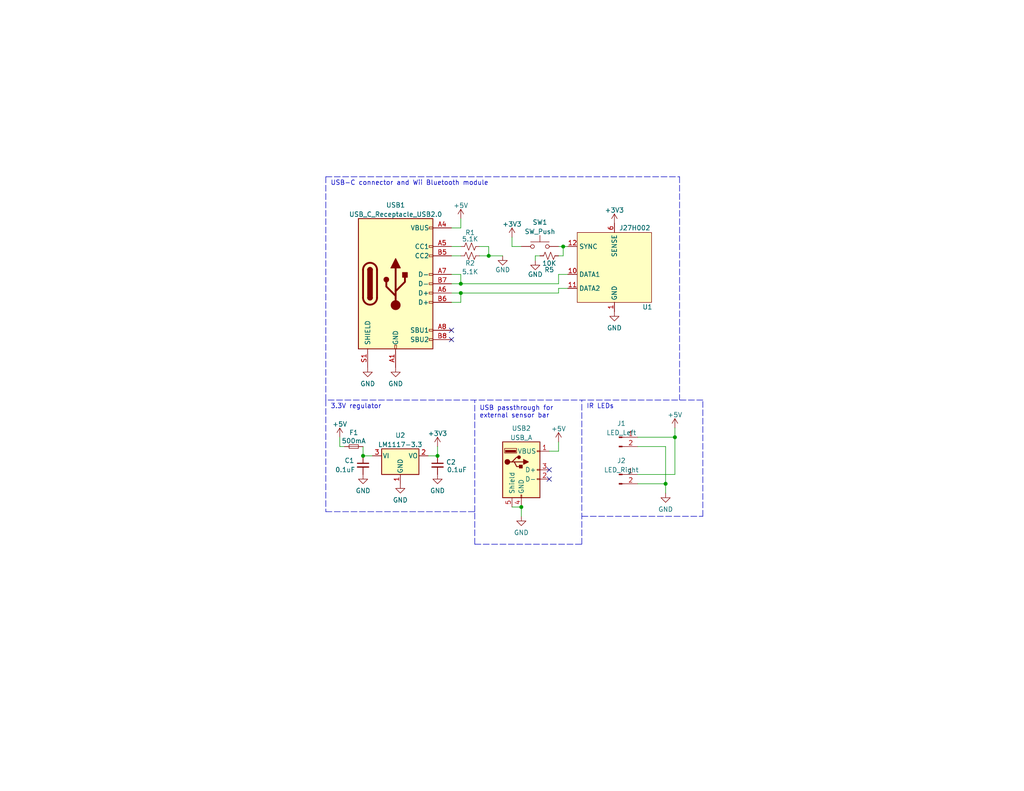
<source format=kicad_sch>
(kicad_sch (version 20231120) (generator "eeschema") (generator_version "8.0")
  (paper "USLetter")
  (title_block (title "Wiimote-USB-Adapter") (date "2024-09-01") (rev "00A") (company "Embedded Shark, LLC") (comment 1 "Ben Owen"))
  (lib_symbols
    (symbol "Connector:Conn_01x02_Male" (pin_names (offset 1.016) hide)
      (property "Reference" "J" (at 0 2.54 0))
      (property "Value" "Conn_01x02_Male" (at 0 -5.08 0))
      (symbol "Conn_01x02_Male_1_1"
        (polyline (pts (xy 1.27 -2.54) (xy 0.8636 -2.54)) (stroke (width 0.1524)))
        (polyline (pts (xy 1.27 0) (xy 0.8636 0)) (stroke (width 0.1524)))
        (rectangle (start 0.8636 -2.413) (end 0 -2.667) (stroke (width 0.1524)) (fill (type outline)))
        (rectangle (start 0.8636 0.127) (end 0 -0.127) (stroke (width 0.1524)) (fill (type outline)))
        (pin passive line (at 5.08 0 180) (length 3.81) (name "Pin_1") (number "1"))
        (pin passive line (at 5.08 -2.54 180) (length 3.81) (name "Pin_2") (number "2"))
      )
    )
    (symbol "Connector:USB_A" (pin_names (offset 1.016))
      (property "Reference" "J" (at -5.08 11.43 0))
      (property "Value" "USB_A" (at -5.08 8.89 0))
      (symbol "USB_A_0_1"
        (rectangle (start -5.08 -7.62) (end 5.08 7.62) (stroke (width 0.254)) (fill (type background)))
        (circle (center -3.81 2.159) (radius 0.635) (stroke (width 0.254)) (fill (type outline)))
        (rectangle (start -1.524 4.826) (end -4.318 5.334) (fill (type outline)))
        (rectangle (start -1.27 4.572) (end -4.572 5.842))
        (circle (center -0.635 3.429) (radius 0.381) (stroke (width 0.254)) (fill (type outline)))
        (rectangle (start -0.127 -7.62) (end 0.127 -6.858))
        (polyline (pts (xy -3.175 2.159) (xy -2.54 2.159) (xy -1.27 3.429) (xy -0.635 3.429)) (stroke (width 0.254)))
        (polyline (pts (xy -2.54 2.159) (xy -1.905 2.159) (xy -1.27 0.889) (xy 0 0.889)) (stroke (width 0.254)))
        (polyline (pts (xy 0.635 2.794) (xy 0.635 1.524) (xy 1.905 2.159) (xy 0.635 2.794)) (stroke (width 0.254)) (fill (type outline)))
        (rectangle (start 0.254 1.27) (end -0.508 0.508) (stroke (width 0.254)) (fill (type outline)))
        (rectangle (start 5.08 -2.667) (end 4.318 -2.413))
        (rectangle (start 5.08 -0.127) (end 4.318 0.127))
        (rectangle (start 5.08 4.953) (end 4.318 5.207))
      )
      (symbol "USB_A_1_1"
        (polyline (pts (xy -1.905 2.159) (xy 0.635 2.159)) (stroke (width 0.254)))
        (pin power_in line (at 7.62 5.08 180) (length 2.54) (name "VBUS") (number "1"))
        (pin bidirectional line (at 7.62 -2.54 180) (length 2.54) (name "D-") (number "2"))
        (pin bidirectional line (at 7.62 0 180) (length 2.54) (name "D+") (number "3"))
        (pin power_in line (at 0 -10.16 90) (length 2.54) (name "GND") (number "4"))
        (pin passive line (at -2.54 -10.16 90) (length 2.54) (name "Shield") (number "5"))
      )
    )
    (symbol "Connector:USB_C_Receptacle_USB2.0" (pin_names (offset 1.016))
      (property "Reference" "J" (at -10.16 19.05 0))
      (property "Value" "USB_C_Receptacle_USB2.0" (at 19.05 19.05 0))
      (symbol "USB_C_Receptacle_USB2.0_0_0"
        (rectangle (start -0.254 -17.78) (end 0.254 -16.764))
        (rectangle (start 10.16 -14.986) (end 9.144 -15.494))
        (rectangle (start 10.16 -12.446) (end 9.144 -12.954))
        (rectangle (start 10.16 -4.826) (end 9.144 -5.334))
        (rectangle (start 10.16 -2.286) (end 9.144 -2.794))
        (rectangle (start 10.16 0.254) (end 9.144 -0.254))
        (rectangle (start 10.16 2.794) (end 9.144 2.286))
        (rectangle (start 10.16 7.874) (end 9.144 7.366))
        (rectangle (start 10.16 10.414) (end 9.144 9.906))
        (rectangle (start 10.16 15.494) (end 9.144 14.986))
      )
      (symbol "USB_C_Receptacle_USB2.0_0_1"
        (rectangle (start -10.16 17.78) (end 10.16 -17.78) (stroke (width 0.254)) (fill (type background)))
        (arc (start -8.89 -3.81) (mid -6.985 -5.7066) (end -5.08 -3.81) (stroke (width 0.508)))
        (arc (start -7.62 -3.81) (mid -6.985 -4.4422) (end -6.35 -3.81) (stroke (width 0.254)))
        (arc (start -7.62 -3.81) (mid -6.985 -4.4422) (end -6.35 -3.81) (stroke (width 0.254)) (fill (type outline)))
        (rectangle (start -7.62 -3.81) (end -6.35 3.81) (stroke (width 0.254)) (fill (type outline)))
        (arc (start -6.35 3.81) (mid -6.985 4.4422) (end -7.62 3.81) (stroke (width 0.254)))
        (arc (start -6.35 3.81) (mid -6.985 4.4422) (end -7.62 3.81) (stroke (width 0.254)) (fill (type outline)))
        (arc (start -5.08 3.81) (mid -6.985 5.7066) (end -8.89 3.81) (stroke (width 0.508)))
        (circle (center -2.54 1.143) (radius 0.635) (stroke (width 0.254)) (fill (type outline)))
        (circle (center 0 -5.842) (radius 1.27) (fill (type outline)))
        (polyline (pts (xy -8.89 -3.81) (xy -8.89 3.81)) (stroke (width 0.508)))
        (polyline (pts (xy -5.08 3.81) (xy -5.08 -3.81)) (stroke (width 0.508)))
        (polyline (pts (xy 0 -5.842) (xy 0 4.318)) (stroke (width 0.508)))
        (polyline (pts (xy 0 -3.302) (xy -2.54 -0.762) (xy -2.54 0.508)) (stroke (width 0.508)))
        (polyline (pts (xy 0 -2.032) (xy 2.54 0.508) (xy 2.54 1.778)) (stroke (width 0.508)))
        (polyline (pts (xy -1.27 4.318) (xy 0 6.858) (xy 1.27 4.318) (xy -1.27 4.318)) (stroke (width 0.254)) (fill (type outline)))
        (rectangle (start 1.905 1.778) (end 3.175 3.048) (stroke (width 0.254)) (fill (type outline)))
      )
      (symbol "USB_C_Receptacle_USB2.0_1_1"
        (pin passive line (at 0 -22.86 90) (length 5.08) (name "GND") (number "A1"))
        (pin passive line (at 0 -22.86 90) (length 5.08) hide (name "GND") (number "A12"))
        (pin passive line (at 15.24 15.24 180) (length 5.08) (name "VBUS") (number "A4"))
        (pin bidirectional line (at 15.24 10.16 180) (length 5.08) (name "CC1") (number "A5"))
        (pin bidirectional line (at 15.24 -2.54 180) (length 5.08) (name "D+") (number "A6"))
        (pin bidirectional line (at 15.24 2.54 180) (length 5.08) (name "D-") (number "A7"))
        (pin bidirectional line (at 15.24 -12.7 180) (length 5.08) (name "SBU1") (number "A8"))
        (pin passive line (at 15.24 15.24 180) (length 5.08) hide (name "VBUS") (number "A9"))
        (pin passive line (at 0 -22.86 90) (length 5.08) hide (name "GND") (number "B1"))
        (pin passive line (at 0 -22.86 90) (length 5.08) hide (name "GND") (number "B12"))
        (pin passive line (at 15.24 15.24 180) (length 5.08) hide (name "VBUS") (number "B4"))
        (pin bidirectional line (at 15.24 7.62 180) (length 5.08) (name "CC2") (number "B5"))
        (pin bidirectional line (at 15.24 -5.08 180) (length 5.08) (name "D+") (number "B6"))
        (pin bidirectional line (at 15.24 0 180) (length 5.08) (name "D-") (number "B7"))
        (pin bidirectional line (at 15.24 -15.24 180) (length 5.08) (name "SBU2") (number "B8"))
        (pin passive line (at 15.24 15.24 180) (length 5.08) hide (name "VBUS") (number "B9"))
        (pin passive line (at -7.62 -22.86 90) (length 5.08) (name "SHIELD") (number "S1"))
      )
    )
    (symbol "Device:C_Small" (pin_numbers hide) (pin_names (offset 0.254) hide)
      (property "Reference" "C" (at 0.254 1.778 0))
      (property "Value" "C_Small" (at 0.254 -2.032 0))
      (symbol "C_Small_0_1"
        (polyline (pts (xy -1.524 -0.508) (xy 1.524 -0.508)) (stroke (width 0.3302)))
        (polyline (pts (xy -1.524 0.508) (xy 1.524 0.508)) (stroke (width 0.3048)))
      )
      (symbol "C_Small_1_1"
        (pin passive line (at 0 2.54 270) (length 2.032) (name "~") (number "1"))
        (pin passive line (at 0 -2.54 90) (length 2.032) (name "~") (number "2"))
      )
    )
    (symbol "Device:Fuse_Small" (pin_numbers hide) (pin_names (offset 0.254) hide)
      (property "Reference" "F" (at 0 -1.524 0))
      (property "Value" "Fuse_Small" (at 0 1.524 0))
      (symbol "Fuse_Small_0_1"
        (rectangle (start -1.27 0.508) (end 1.27 -0.508))
        (polyline (pts (xy -1.27 0) (xy 1.27 0)))
      )
      (symbol "Fuse_Small_1_1"
        (pin passive line (at -2.54 0 0) (length 1.27) (name "~") (number "1"))
        (pin passive line (at 2.54 0 180) (length 1.27) (name "~") (number "2"))
      )
    )
    (symbol "Device:R_Small_US" (pin_numbers hide) (pin_names (offset 0.254) hide)
      (property "Reference" "R" (at 0.762 0.508 0))
      (property "Value" "R_Small_US" (at 0.762 -1.016 0))
      (symbol "R_Small_US_1_1"
        (polyline (pts (xy 0 0) (xy 1.016 -0.381) (xy 0 -0.762) (xy -1.016 -1.143) (xy 0 -1.524)))
        (polyline (pts (xy 0 1.524) (xy 1.016 1.143) (xy 0 0.762) (xy -1.016 0.381) (xy 0 0)))
        (pin passive line (at 0 2.54 270) (length 1.016) (name "~") (number "1"))
        (pin passive line (at 0 -2.54 90) (length 1.016) (name "~") (number "2"))
      )
    )
    (symbol "Regulator_Linear:LM1117-3.3" (pin_names (offset 0.254))
      (property "Reference" "U" (at -3.81 3.175 0))
      (property "Value" "LM1117-3.3" (at 0 3.175 0))
      (symbol "LM1117-3.3_0_1"
        (rectangle (start -5.08 -5.08) (end 5.08 1.905) (stroke (width 0.254)) (fill (type background)))
      )
      (symbol "LM1117-3.3_1_1"
        (pin power_in line (at 0 -7.62 90) (length 2.54) (name "GND") (number "1"))
        (pin power_out line (at 7.62 0 180) (length 2.54) (name "VO") (number "2"))
        (pin power_in line (at -7.62 0 0) (length 2.54) (name "VI") (number "3"))
      )
    )
    (symbol "Switch:SW_Push" (pin_numbers hide) (pin_names (offset 1.016) hide)
      (property "Reference" "SW" (at 1.27 2.54 0))
      (property "Value" "SW_Push" (at 0 -1.524 0))
      (symbol "SW_Push_0_1"
        (circle (center -2.032 0) (radius 0.508))
        (polyline (pts (xy 0 1.27) (xy 0 3.048)))
        (polyline (pts (xy 2.54 1.27) (xy -2.54 1.27)))
        (circle (center 2.032 0) (radius 0.508))
        (pin passive line (at -5.08 0 0) (length 2.54) (name "1") (number "1"))
        (pin passive line (at 5.08 0 180) (length 2.54) (name "2") (number "2"))
      )
    )
    (symbol "Wii Bluetooth Module:J27H002"
      (property "Reference" "U" (at 8.89 -10.16 0))
      (property "Value" "J27H002" (at 6.35 11.43 0))
      (symbol "J27H002_0_1"
        (rectangle (start -10.16 10.16) (end 10.16 -8.89) (stroke (width 0.1524)) (fill (type background)))
      )
      (symbol "J27H002_1_1"
        (pin power_in line (at 0 -11.43 90) (length 2.54) (name "GND") (number "1"))
        (pin bidirectional line (at -12.7 -1.27 0) (length 2.54) (name "DATA1") (number "10"))
        (pin bidirectional line (at -12.7 -5.08 0) (length 2.54) (name "DATA2") (number "11"))
        (pin input line (at -12.7 6.35 0) (length 2.54) (name "SYNC") (number "12"))
        (pin power_in line (at 0 12.7 270) (length 2.54) hide (name "SENSE") (number "13"))
        (pin power_in line (at 0 -11.43 90) (length 2.54) hide (name "GND") (number "16"))
        (pin power_in line (at 0 12.7 270) (length 2.54) (name "SENSE") (number "6"))
        (pin power_in line (at 0 12.7 270) (length 2.54) hide (name "SENSE") (number "7"))
        (pin power_in line (at 0 -11.43 90) (length 2.54) hide (name "GND") (number "8"))
        (pin power_in line (at 0 -11.43 90) (length 2.54) hide (name "GND") (number "9"))
      )
    )
    (symbol "power:+3V3" (power) (pin_names (offset 0))
      (property "Value" "+3V3" (at 0 3.556 0))
      (symbol "+3V3_0_1"
        (polyline (pts (xy -0.762 1.27) (xy 0 2.54)))
        (polyline (pts (xy 0 0) (xy 0 2.54)))
        (polyline (pts (xy 0 2.54) (xy 0.762 1.27)))
      )
      (symbol "+3V3_1_1"
        (pin power_in line (at 0 0 90) (length 0) hide (name "+3V3") (number "1"))
      )
    )
    (symbol "power:+5V" (power) (pin_names (offset 0))
      (property "Value" "+5V" (at 0 3.556 0))
      (symbol "+5V_0_1"
        (polyline (pts (xy -0.762 1.27) (xy 0 2.54)))
        (polyline (pts (xy 0 0) (xy 0 2.54)))
        (polyline (pts (xy 0 2.54) (xy 0.762 1.27)))
      )
      (symbol "+5V_1_1"
        (pin power_in line (at 0 0 90) (length 0) hide (name "+5V") (number "1"))
      )
    )
    (symbol "power:GND" (power) (pin_names (offset 0))
      (property "Value" "GND" (at 0 -3.81 0))
      (symbol "GND_0_1"
        (polyline (pts (xy 0 0) (xy 0 -1.27) (xy 1.27 -1.27) (xy 0 -2.54) (xy -1.27 -1.27) (xy 0 -1.27)))
      )
      (symbol "GND_1_1"
        (pin power_in line (at 0 0 270) (length 0) hide (name "GND") (number "1"))
      )
    )
  )
  (junction (at 181.61 132.08))
  (junction (at 133.35 69.85))
  (junction (at 125.73 77.47))
  (junction (at 119.38 124.46))
  (junction (at 142.24 138.43))
  (junction (at 125.73 80.01))
  (junction (at 184.15 119.38))
  (junction (at 153.67 67.31))
  (junction (at 99.06 124.46))
  (no_connect (at 123.19 92.71))
  (no_connect (at 123.19 90.17))
  (no_connect (at 149.86 128.27))
  (no_connect (at 149.86 130.81))
  (wire (pts (xy 139.7 64.77) (xy 139.7 67.31)))
  (wire (pts (xy 123.19 69.85) (xy 125.73 69.85)))
  (wire (pts (xy 125.73 62.23) (xy 123.19 62.23)))
  (wire (pts (xy 142.24 138.43) (xy 142.24 140.97)))
  (wire (pts (xy 173.99 129.54) (xy 184.15 129.54)))
  (wire (pts (xy 146.05 69.85) (xy 146.05 71.12)))
  (wire (pts (xy 133.35 69.85) (xy 137.16 69.85)))
  (polyline (pts (xy 129.54 139.7) (xy 129.54 109.22)) (stroke (width 0) (type dash)))
  (wire (pts (xy 123.19 82.55) (xy 125.73 82.55)))
  (wire (pts (xy 181.61 121.92) (xy 173.99 121.92)))
  (wire (pts (xy 153.67 69.85) (xy 152.4 69.85)))
  (wire (pts (xy 125.73 59.69) (xy 125.73 62.23)))
  (wire (pts (xy 119.38 121.92) (xy 119.38 124.46)))
  (polyline (pts (xy 88.9 139.7) (xy 129.54 139.7)) (stroke (width 0) (type dash)))
  (polyline (pts (xy 88.9 109.22) (xy 88.9 139.7)) (stroke (width 0) (type dash)))
  (polyline (pts (xy 191.77 109.22) (xy 88.9 109.22)) (stroke (width 0) (type dash)))
  (wire (pts (xy 139.7 138.43) (xy 142.24 138.43)))
  (wire (pts (xy 181.61 132.08) (xy 181.61 134.62)))
  (polyline (pts (xy 129.54 148.59) (xy 158.75 148.59)) (stroke (width 0) (type dash)))
  (wire (pts (xy 184.15 129.54) (xy 184.15 119.38)))
  (wire (pts (xy 153.67 67.31) (xy 154.94 67.31)))
  (wire (pts (xy 152.4 78.74) (xy 152.4 80.01)))
  (wire (pts (xy 152.4 67.31) (xy 153.67 67.31)))
  (wire (pts (xy 123.19 74.93) (xy 125.73 74.93)))
  (wire (pts (xy 152.4 77.47) (xy 152.4 74.93)))
  (wire (pts (xy 125.73 77.47) (xy 125.73 74.93)))
  (polyline (pts (xy 185.42 48.26) (xy 185.42 109.22)) (stroke (width 0) (type dash)))
  (wire (pts (xy 99.06 121.92) (xy 99.06 124.46)))
  (wire (pts (xy 92.71 121.92) (xy 93.98 121.92)))
  (wire (pts (xy 125.73 77.47) (xy 152.4 77.47)))
  (polyline (pts (xy 88.9 48.26) (xy 88.9 109.22)) (stroke (width 0) (type dash)))
  (wire (pts (xy 173.99 132.08) (xy 181.61 132.08)))
  (polyline (pts (xy 191.77 140.97) (xy 191.77 109.22)) (stroke (width 0) (type dash)))
  (wire (pts (xy 139.7 67.31) (xy 142.24 67.31)))
  (wire (pts (xy 125.73 82.55) (xy 125.73 80.01)))
  (wire (pts (xy 181.61 132.08) (xy 181.61 121.92)))
  (polyline (pts (xy 158.75 140.97) (xy 191.77 140.97)) (stroke (width 0) (type dash)))
  (wire (pts (xy 152.4 74.93) (xy 154.94 74.93)))
  (wire (pts (xy 130.81 69.85) (xy 133.35 69.85)))
  (wire (pts (xy 130.81 67.31) (xy 133.35 67.31)))
  (wire (pts (xy 154.94 78.74) (xy 152.4 78.74)))
  (wire (pts (xy 92.71 119.38) (xy 92.71 121.92)))
  (polyline (pts (xy 129.54 148.59) (xy 129.54 139.7)) (stroke (width 0) (type dash)))
  (wire (pts (xy 184.15 119.38) (xy 173.99 119.38)))
  (wire (pts (xy 99.06 124.46) (xy 101.6 124.46)))
  (polyline (pts (xy 88.9 48.26) (xy 185.42 48.26)) (stroke (width 0) (type dash)))
  (wire (pts (xy 123.19 67.31) (xy 125.73 67.31)))
  (wire (pts (xy 125.73 80.01) (xy 123.19 80.01)))
  (wire (pts (xy 133.35 67.31) (xy 133.35 69.85)))
  (wire (pts (xy 152.4 123.19) (xy 149.86 123.19)))
  (polyline (pts (xy 158.75 148.59) (xy 158.75 109.22)) (stroke (width 0) (type dash)))
  (wire (pts (xy 147.32 69.85) (xy 146.05 69.85)))
  (wire (pts (xy 123.19 77.47) (xy 125.73 77.47)))
  (wire (pts (xy 152.4 80.01) (xy 125.73 80.01)))
  (wire (pts (xy 152.4 120.65) (xy 152.4 123.19)))
  (wire (pts (xy 184.15 116.84) (xy 184.15 119.38)))
  (wire (pts (xy 119.38 124.46) (xy 116.84 124.46)))
  (wire (pts (xy 153.67 67.31) (xy 153.67 69.85)))
  (text "USB passthrough for\nexternal sensor bar" (at 130.81 114.3 0) (effects (font (size 1.27 1.27)) (justify left bottom)))
  (text "3.3V regulator" (at 90.17 111.76 0) (effects (font (size 1.27 1.27)) (justify left bottom)))
  (text "USB-C connector and Wii Bluetooth module" (at 90.17 50.8 0) (effects (font (size 1.27 1.27)) (justify left bottom)))
  (text "IR LEDs" (at 160.02 111.76 0) (effects (font (size 1.27 1.27)) (justify left bottom)))
  (symbol (lib_id "power:GND") (at 167.64 85.09 0) (unit 1)
    (property "Reference" "#PWR0114" (effects (hide yes)))
    (property "Value" "GND" (at 167.64 89.5334 0))
  )
  (symbol (lib_id "power:GND") (at 181.61 134.62 0) (unit 1)
    (property "Reference" "#PWR0110" (effects (hide yes)))
    (property "Value" "GND" (at 181.61 139.0634 0))
  )
  (symbol (lib_id "power:GND") (at 119.38 129.54 0) (unit 1)
    (property "Reference" "#PWR0106" (effects (hide yes)))
    (property "Value" "GND" (at 119.38 133.9834 0))
  )
  (symbol (lib_id "power:+3V3") (at 139.7 64.77 0) (unit 1)
    (property "Reference" "#PWR0112" (effects (hide yes)))
    (property "Value" "+3V3" (at 139.7 61.1942 0))
  )
  (symbol (lib_id "power:GND") (at 99.06 129.54 0) (unit 1)
    (property "Reference" "#PWR0105" (effects (hide yes)))
    (property "Value" "GND" (at 99.06 133.9834 0))
  )
  (symbol (lib_id "Device:R_Small_US") (at 149.86 69.85 270) (unit 1)
    (property "Reference" "R5" (at 149.86 73.66 90))
    (property "Value" "10K" (at 149.86 71.9019 90))
    (property "Footprint" "Resistor_SMD:R_0805_2012Metric_Pad1.20x1.40mm_HandSolder" (effects (hide yes)))
    (property "Datasheet" "https://www.seielect.com/catalog/sei-rncp.pdf" (effects (hide yes)))
    (property "PN" "RNCP0805FTD10K0" (effects (hide yes)))
  )
  (symbol (lib_id "power:GND") (at 146.05 71.12 0) (unit 1)
    (property "Reference" "#PWR0117" (effects (hide yes)))
    (property "Value" "GND" (at 146.05 74.93 0))
  )
  (symbol (lib_id "Connector:USB_C_Receptacle_USB2.0") (at 107.95 77.47 0) (unit 1)
    (property "Reference" "USB1" (at 107.95 55.9902 0))
    (property "Value" "USB_C_Receptacle_USB2.0" (at 107.95 58.5271 0))
    (property "Footprint" "Amphenol:USB_C_Receptacle_Amphenol_C12402012" (effects (hide yes)))
    (property "Datasheet" "https://www.usb.org/sites/default/files/documents/usb_type-c.zip" (effects (hide yes)))
    (property "PN" "12402012E212A" (effects (hide yes)))
  )
  (symbol (lib_id "Device:R_Small_US") (at 128.27 67.31 90) (unit 1)
    (property "Reference" "R1" (at 128.27 63.5 90))
    (property "Value" "5.1K" (at 128.27 65.2581 90))
    (property "Footprint" "Resistor_SMD:R_0805_2012Metric_Pad1.20x1.40mm_HandSolder" (effects (hide yes)))
    (property "Datasheet" "https://www.te.com/commerce/DocumentDelivery/DDEController?Action=srchrtrv&DocNm=1773204&DocType=DS&DocLang=English" (effects (hide yes)))
    (property "PN" "CRG0805F5K1" (effects (hide yes)))
  )
  (symbol (lib_id "power:+5V") (at 92.71 119.38 0) (unit 1)
    (property "Reference" "#PWR0103" (effects (hide yes)))
    (property "Value" "+5V" (at 92.71 115.8042 0))
  )
  (symbol (lib_id "power:+5V") (at 184.15 116.84 0) (unit 1)
    (property "Reference" "#PWR0109" (effects (hide yes)))
    (property "Value" "+5V" (at 184.15 113.2642 0))
  )
  (symbol (lib_id "Regulator_Linear:LM1117-3.3") (at 109.22 124.46 0) (unit 1)
    (property "Reference" "U2" (at 109.22 118.8552 0))
    (property "Value" "LM1117-3.3" (at 109.22 121.3921 0))
    (property "Footprint" "Package_TO_SOT_SMD:SOT-223-3_TabPin2" (effects (hide yes)))
    (property "Datasheet" "http://www.ti.com/lit/ds/symlink/lm1117.pdf" (effects (hide yes)))
  )
  (symbol (lib_id "power:GND") (at 137.16 69.85 0) (unit 1)
    (property "Reference" "#PWR0116" (effects (hide yes)))
    (property "Value" "GND" (at 137.16 73.66 0))
  )
  (symbol (lib_id "Connector:Conn_01x02_Male") (at 168.91 119.38 0) (unit 1)
    (property "Reference" "J1" (at 169.545 115.604 0))
    (property "Value" "LED_Left" (at 169.545 118.1409 0))
    (property "Footprint" "Connector_PinHeader_2.54mm:PinHeader_1x02_P2.54mm_Vertical" (effects (hide yes)))
  )
  (symbol (lib_id "power:GND") (at 142.24 140.97 0) (unit 1)
    (property "Reference" "#PWR0111" (effects (hide yes)))
    (property "Value" "GND" (at 142.24 145.4134 0))
  )
  (symbol (lib_id "power:+3V3") (at 119.38 121.92 0) (unit 1)
    (property "Reference" "#PWR0107" (effects (hide yes)))
    (property "Value" "+3V3" (at 119.38 118.3442 0))
  )
  (symbol (lib_id "power:GND") (at 109.22 132.08 0) (unit 1)
    (property "Reference" "#PWR0104" (effects (hide yes)))
    (property "Value" "GND" (at 109.22 136.5234 0))
  )
  (symbol (lib_id "power:+5V") (at 125.73 59.69 0) (unit 1)
    (property "Reference" "#PWR0113" (effects (hide yes)))
    (property "Value" "+5V" (at 125.73 56.1142 0))
  )
  (symbol (lib_id "Device:C_Small") (at 99.06 127 0) (unit 1)
    (property "Reference" "C1" (at 93.98 125.73 0) (effects (justify left)))
    (property "Value" "0.1uF" (at 91.44 128.27 0) (effects (justify left)))
    (property "Footprint" "Capacitor_SMD:C_0805_2012Metric_Pad1.18x1.45mm_HandSolder" (effects (hide yes)))
  )
  (symbol (lib_id "power:GND") (at 107.95 100.33 0) (unit 1)
    (property "Reference" "#PWR0102" (effects (hide yes)))
    (property "Value" "GND" (at 107.95 104.7734 0))
  )
  (symbol (lib_id "Switch:SW_Push") (at 147.32 67.31 0) (unit 1)
    (property "Reference" "SW1" (at 147.32 60.6892 0))
    (property "Value" "SW_Push" (at 147.32 63.2261 0))
    (property "Footprint" "Button_Switch_SMD:SW_SPST_PTS645" (effects (hide yes)))
    (property "Datasheet" "https://www.ckswitches.com/media/1471/pts645.pdf" (effects (hide yes)))
    (property "PN" "PTS645SL43SMTR92 LFS" (effects (hide yes)))
  )
  (symbol (lib_id "Connector:USB_A") (at 142.24 128.27 0) (unit 1)
    (property "Reference" "USB2" (at 142.24 116.9502 0))
    (property "Value" "USB_A" (at 142.24 119.4871 0))
    (property "Footprint" "Connector_USB:USB_A_Molex_67643_Horizontal" (effects (hide yes)))
    (property "Datasheet" "http://www.on-shore.com/wp-content/uploads/USB-A1HSXX.pdf" (effects (hide yes)))
    (property "PN" "USB-A1HSW6" (effects (hide yes)))
  )
  (symbol (lib_id "Connector:Conn_01x02_Male") (at 168.91 129.54 0) (unit 1)
    (property "Reference" "J2" (at 169.545 125.764 0))
    (property "Value" "LED_Right" (at 169.545 128.3009 0))
    (property "Footprint" "Connector_PinHeader_2.54mm:PinHeader_1x02_P2.54mm_Vertical" (effects (hide yes)))
  )
  (symbol (lib_id "power:+3V3") (at 167.64 60.96 0) (unit 1)
    (property "Reference" "#PWR0115" (effects (hide yes)))
    (property "Value" "+3V3" (at 167.64 57.3842 0))
  )
  (symbol (lib_id "power:GND") (at 100.33 100.33 0) (unit 1)
    (property "Reference" "#PWR0101" (effects (hide yes)))
    (property "Value" "GND" (at 100.33 104.7734 0))
  )
  (symbol (lib_id "Device:C_Small") (at 119.38 127 0) (unit 1)
    (property "Reference" "C2" (at 121.7041 126.1716 0) (effects (justify left)))
    (property "Value" "0.1uF" (at 121.92 128.27 0) (effects (justify left)))
    (property "Footprint" "Capacitor_SMD:C_0805_2012Metric_Pad1.18x1.45mm_HandSolder" (effects (hide yes)))
  )
  (symbol (lib_id "Device:Fuse_Small") (at 96.52 121.92 0) (unit 1)
    (property "Reference" "F1" (at 96.52 118.11 0))
    (property "Value" "500mA" (at 96.52 120.3761 0))
    (property "Footprint" "Fuse:Fuse_0805_2012Metric_Pad1.15x1.40mm_HandSolder" (effects (hide yes)))
  )
  (symbol (lib_id "Wii Bluetooth Module:J27H002") (at 167.64 73.66 0) (unit 1)
    (property "Reference" "U1" (at 175.26 83.82 0) (effects (justify left)))
    (property "Value" "J27H002" (at 168.91 62.23 0) (effects (justify left)))
    (property "Footprint" "Foxconn:J27H002" (effects (hide yes)))
    (property "Datasheet" "https://fccid.io/MCLJ27H002/User-Manual/Users-Manual-721663.pdf" (effects (hide yes)))
    (property "PN" "J27H002" (effects (hide yes)))
  )
  (symbol (lib_id "power:+5V") (at 152.4 120.65 0) (unit 1)
    (property "Reference" "#PWR0108" (effects (hide yes)))
    (property "Value" "+5V" (at 152.4 117.0742 0))
  )
  (symbol (lib_id "Device:R_Small_US") (at 128.27 69.85 90) (unit 1)
    (property "Reference" "R2" (at 128.27 71.12 90) (effects (justify bottom)))
    (property "Value" "5.1K" (at 128.27 74.93 90) (effects (justify top)))
    (property "Footprint" "Resistor_SMD:R_0805_2012Metric_Pad1.20x1.40mm_HandSolder" (effects (hide yes)))
    (property "Datasheet" "https://www.te.com/commerce/DocumentDelivery/DDEController?Action=srchrtrv&DocNm=1773204&DocType=DS&DocLang=English" (effects (hide yes)))
    (property "PN" "CRG0805F5K1" (effects (hide yes)))
  )
)
</source>
